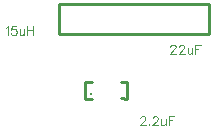
<source format=gbr>
G04 DipTrace 3.0.0.2*
G04 TopSilk.gbr*
%MOIN*%
G04 #@! TF.FileFunction,Legend,Top*
G04 #@! TF.Part,Single*
%ADD10C,0.009843*%
%ADD23O,0.009459X0.009844*%
%ADD48C,0.004632*%
%FSLAX26Y26*%
G04*
G70*
G90*
G75*
G01*
G04 TopSilk*
%LPD*%
D23*
X737912Y577186D3*
X717441Y616755D2*
D10*
X717047Y562817D1*
X718228Y616755D2*
X740280D1*
X718228Y562420D2*
X740674D1*
X857598Y617141D2*
X857205Y563213D1*
X838301Y617141D2*
X856811D1*
X837514Y562817D2*
X856811Y562420D1*
X631024Y877087D2*
Y777087D1*
X1131024Y877087D2*
X631024D1*
X1131024Y777087D2*
X631024D1*
X1131024Y877087D2*
Y777087D1*
X901883Y496568D2*
D48*
Y497994D1*
X903309Y500879D1*
X904735Y502305D1*
X907620Y503731D1*
X913357D1*
X916208Y502305D1*
X917634Y500879D1*
X919094Y497994D1*
Y495142D1*
X917634Y492257D1*
X914783Y487979D1*
X900423Y473620D1*
X920520D1*
X931209Y476505D2*
X929783Y475046D1*
X931209Y473620D1*
X932668Y475046D1*
X931209Y476505D1*
X943391Y496568D2*
Y497994D1*
X944817Y500879D1*
X946243Y502305D1*
X949128Y503731D1*
X954865D1*
X957717Y502305D1*
X959143Y500879D1*
X960602Y497994D1*
Y495142D1*
X959143Y492257D1*
X956291Y487979D1*
X941932Y473620D1*
X962028D1*
X971291Y493716D2*
Y479357D1*
X972717Y475080D1*
X975602Y473620D1*
X979913D1*
X982765Y475080D1*
X987076Y479357D1*
Y493716D2*
Y473620D1*
X1015010Y503764D2*
X996340D1*
Y473620D1*
Y489405D2*
X1007814D1*
X1002276Y734757D2*
Y736183D1*
X1003702Y739068D1*
X1005128Y740494D1*
X1008013Y741920D1*
X1013750D1*
X1016602Y740494D1*
X1018028Y739068D1*
X1019487Y736183D1*
Y733331D1*
X1018028Y730446D1*
X1015176Y726168D1*
X1000817Y711809D1*
X1020913D1*
X1031636Y734757D2*
Y736183D1*
X1033062Y739068D1*
X1034488Y740494D1*
X1037373Y741920D1*
X1043110D1*
X1045962Y740494D1*
X1047388Y739068D1*
X1048847Y736183D1*
Y733331D1*
X1047388Y730446D1*
X1044536Y726168D1*
X1030177Y711809D1*
X1050273D1*
X1059536Y731905D2*
Y717546D1*
X1060962Y713269D1*
X1063847Y711809D1*
X1068158D1*
X1071010Y713269D1*
X1075321Y717546D1*
Y731905D2*
Y711809D1*
X1103255Y741953D2*
X1084585D1*
Y711809D1*
Y727594D2*
X1096059D1*
X453927Y798820D2*
X456813Y800279D1*
X461124Y804557D1*
Y774446D1*
X487598Y804557D2*
X473272D1*
X471846Y791657D1*
X473272Y793083D1*
X477583Y794542D1*
X481861D1*
X486172Y793083D1*
X489057Y790231D1*
X490483Y785920D1*
Y783068D1*
X489057Y778757D1*
X486172Y775872D1*
X481861Y774446D1*
X477583D1*
X473272Y775872D1*
X471846Y777331D1*
X470387Y780183D1*
X499747Y794542D2*
Y780183D1*
X501173Y775905D1*
X504058Y774446D1*
X508369D1*
X511221Y775905D1*
X515532Y780183D1*
Y794542D2*
Y774446D1*
X524795Y804590D2*
Y774446D1*
X544891Y804590D2*
Y774446D1*
X524795Y790231D2*
X544891D1*
M02*

</source>
